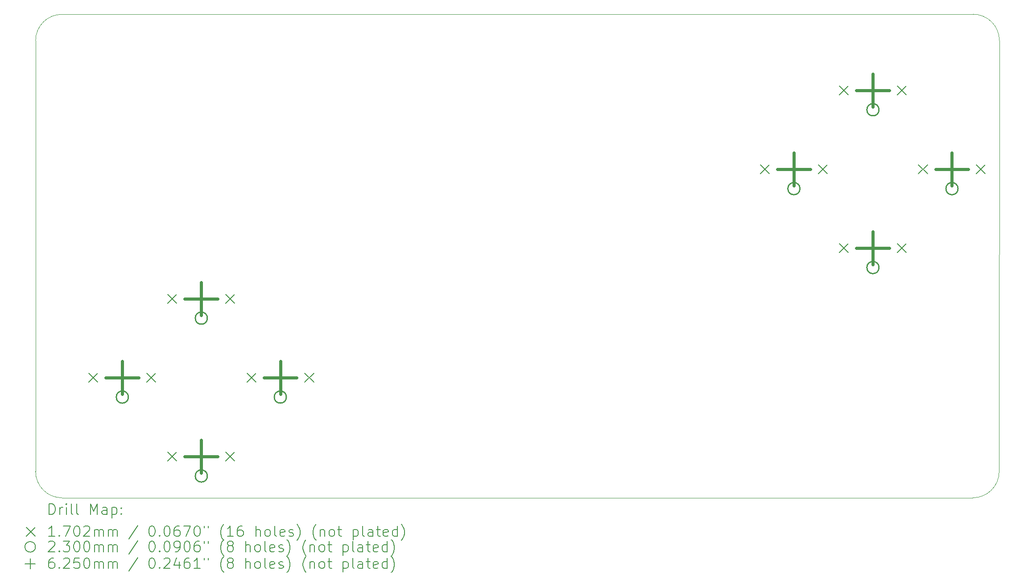
<source format=gbr>
%TF.GenerationSoftware,KiCad,Pcbnew,8.0.6*%
%TF.CreationDate,2025-01-10T19:45:02+07:00*%
%TF.ProjectId,esp_gamepad,6573705f-6761-46d6-9570-61642e6b6963,rev?*%
%TF.SameCoordinates,Original*%
%TF.FileFunction,Drillmap*%
%TF.FilePolarity,Positive*%
%FSLAX45Y45*%
G04 Gerber Fmt 4.5, Leading zero omitted, Abs format (unit mm)*
G04 Created by KiCad (PCBNEW 8.0.6) date 2025-01-10 19:45:02*
%MOMM*%
%LPD*%
G01*
G04 APERTURE LIST*
%ADD10C,0.050000*%
%ADD11C,0.200000*%
%ADD12C,0.170180*%
%ADD13C,0.230000*%
%ADD14C,0.625000*%
G04 APERTURE END LIST*
D10*
X6053553Y-4405803D02*
G75*
G02*
X6553553Y-3905803I500000J0D01*
G01*
X6053553Y-12596447D02*
X6053553Y-4405803D01*
X23846447Y-13096447D02*
X6553553Y-13096447D01*
X24350000Y-4403554D02*
X24346447Y-12596447D01*
X23850000Y-3903554D02*
G75*
G02*
X24349996Y-4403554I0J-499996D01*
G01*
X6553553Y-13096447D02*
G75*
G02*
X6053553Y-12596447I-3J499997D01*
G01*
X24346447Y-12596447D02*
G75*
G02*
X23846447Y-13096447I-499997J-3D01*
G01*
X6553553Y-3905803D02*
X23850000Y-3903554D01*
D11*
D12*
X7064910Y-10726910D02*
X7235090Y-10897090D01*
X7235090Y-10726910D02*
X7064910Y-10897090D01*
X8164910Y-10726910D02*
X8335090Y-10897090D01*
X8335090Y-10726910D02*
X8164910Y-10897090D01*
X8564910Y-9226910D02*
X8735090Y-9397090D01*
X8735090Y-9226910D02*
X8564910Y-9397090D01*
X8564910Y-12226910D02*
X8735090Y-12397090D01*
X8735090Y-12226910D02*
X8564910Y-12397090D01*
X9664910Y-9226910D02*
X9835090Y-9397090D01*
X9835090Y-9226910D02*
X9664910Y-9397090D01*
X9664910Y-12226910D02*
X9835090Y-12397090D01*
X9835090Y-12226910D02*
X9664910Y-12397090D01*
X10064910Y-10726910D02*
X10235090Y-10897090D01*
X10235090Y-10726910D02*
X10064910Y-10897090D01*
X11164910Y-10726910D02*
X11335090Y-10897090D01*
X11335090Y-10726910D02*
X11164910Y-10897090D01*
X19814910Y-6764910D02*
X19985090Y-6935090D01*
X19985090Y-6764910D02*
X19814910Y-6935090D01*
X20914910Y-6764910D02*
X21085090Y-6935090D01*
X21085090Y-6764910D02*
X20914910Y-6935090D01*
X21314910Y-5264910D02*
X21485090Y-5435090D01*
X21485090Y-5264910D02*
X21314910Y-5435090D01*
X21314910Y-8264910D02*
X21485090Y-8435090D01*
X21485090Y-8264910D02*
X21314910Y-8435090D01*
X22414910Y-5264910D02*
X22585090Y-5435090D01*
X22585090Y-5264910D02*
X22414910Y-5435090D01*
X22414910Y-8264910D02*
X22585090Y-8435090D01*
X22585090Y-8264910D02*
X22414910Y-8435090D01*
X22814910Y-6764910D02*
X22985090Y-6935090D01*
X22985090Y-6764910D02*
X22814910Y-6935090D01*
X23914910Y-6764910D02*
X24085090Y-6935090D01*
X24085090Y-6764910D02*
X23914910Y-6935090D01*
D13*
X7815000Y-11182000D02*
G75*
G02*
X7585000Y-11182000I-115000J0D01*
G01*
X7585000Y-11182000D02*
G75*
G02*
X7815000Y-11182000I115000J0D01*
G01*
X9315000Y-9682000D02*
G75*
G02*
X9085000Y-9682000I-115000J0D01*
G01*
X9085000Y-9682000D02*
G75*
G02*
X9315000Y-9682000I115000J0D01*
G01*
X9315000Y-12682000D02*
G75*
G02*
X9085000Y-12682000I-115000J0D01*
G01*
X9085000Y-12682000D02*
G75*
G02*
X9315000Y-12682000I115000J0D01*
G01*
X10815000Y-11182000D02*
G75*
G02*
X10585000Y-11182000I-115000J0D01*
G01*
X10585000Y-11182000D02*
G75*
G02*
X10815000Y-11182000I115000J0D01*
G01*
X20565000Y-7220000D02*
G75*
G02*
X20335000Y-7220000I-115000J0D01*
G01*
X20335000Y-7220000D02*
G75*
G02*
X20565000Y-7220000I115000J0D01*
G01*
X22065000Y-5720000D02*
G75*
G02*
X21835000Y-5720000I-115000J0D01*
G01*
X21835000Y-5720000D02*
G75*
G02*
X22065000Y-5720000I115000J0D01*
G01*
X22065000Y-8720000D02*
G75*
G02*
X21835000Y-8720000I-115000J0D01*
G01*
X21835000Y-8720000D02*
G75*
G02*
X22065000Y-8720000I115000J0D01*
G01*
X23565000Y-7220000D02*
G75*
G02*
X23335000Y-7220000I-115000J0D01*
G01*
X23335000Y-7220000D02*
G75*
G02*
X23565000Y-7220000I115000J0D01*
G01*
D14*
X7700000Y-10499500D02*
X7700000Y-11124500D01*
X7387500Y-10812000D02*
X8012500Y-10812000D01*
X9200000Y-8999500D02*
X9200000Y-9624500D01*
X8887500Y-9312000D02*
X9512500Y-9312000D01*
X9200000Y-11999500D02*
X9200000Y-12624500D01*
X8887500Y-12312000D02*
X9512500Y-12312000D01*
X10700000Y-10499500D02*
X10700000Y-11124500D01*
X10387500Y-10812000D02*
X11012500Y-10812000D01*
X20450000Y-6537500D02*
X20450000Y-7162500D01*
X20137500Y-6850000D02*
X20762500Y-6850000D01*
X21950000Y-5037500D02*
X21950000Y-5662500D01*
X21637500Y-5350000D02*
X22262500Y-5350000D01*
X21950000Y-8037500D02*
X21950000Y-8662500D01*
X21637500Y-8350000D02*
X22262500Y-8350000D01*
X23450000Y-6537500D02*
X23450000Y-7162500D01*
X23137500Y-6850000D02*
X23762500Y-6850000D01*
D11*
X6311830Y-13410430D02*
X6311830Y-13210430D01*
X6311830Y-13210430D02*
X6359449Y-13210430D01*
X6359449Y-13210430D02*
X6388021Y-13219954D01*
X6388021Y-13219954D02*
X6407068Y-13239002D01*
X6407068Y-13239002D02*
X6416592Y-13258049D01*
X6416592Y-13258049D02*
X6426116Y-13296145D01*
X6426116Y-13296145D02*
X6426116Y-13324716D01*
X6426116Y-13324716D02*
X6416592Y-13362811D01*
X6416592Y-13362811D02*
X6407068Y-13381859D01*
X6407068Y-13381859D02*
X6388021Y-13400907D01*
X6388021Y-13400907D02*
X6359449Y-13410430D01*
X6359449Y-13410430D02*
X6311830Y-13410430D01*
X6511830Y-13410430D02*
X6511830Y-13277097D01*
X6511830Y-13315192D02*
X6521354Y-13296145D01*
X6521354Y-13296145D02*
X6530878Y-13286621D01*
X6530878Y-13286621D02*
X6549925Y-13277097D01*
X6549925Y-13277097D02*
X6568973Y-13277097D01*
X6635640Y-13410430D02*
X6635640Y-13277097D01*
X6635640Y-13210430D02*
X6626116Y-13219954D01*
X6626116Y-13219954D02*
X6635640Y-13229478D01*
X6635640Y-13229478D02*
X6645163Y-13219954D01*
X6645163Y-13219954D02*
X6635640Y-13210430D01*
X6635640Y-13210430D02*
X6635640Y-13229478D01*
X6759449Y-13410430D02*
X6740402Y-13400907D01*
X6740402Y-13400907D02*
X6730878Y-13381859D01*
X6730878Y-13381859D02*
X6730878Y-13210430D01*
X6864211Y-13410430D02*
X6845163Y-13400907D01*
X6845163Y-13400907D02*
X6835640Y-13381859D01*
X6835640Y-13381859D02*
X6835640Y-13210430D01*
X7092783Y-13410430D02*
X7092783Y-13210430D01*
X7092783Y-13210430D02*
X7159449Y-13353287D01*
X7159449Y-13353287D02*
X7226116Y-13210430D01*
X7226116Y-13210430D02*
X7226116Y-13410430D01*
X7407068Y-13410430D02*
X7407068Y-13305668D01*
X7407068Y-13305668D02*
X7397544Y-13286621D01*
X7397544Y-13286621D02*
X7378497Y-13277097D01*
X7378497Y-13277097D02*
X7340402Y-13277097D01*
X7340402Y-13277097D02*
X7321354Y-13286621D01*
X7407068Y-13400907D02*
X7388021Y-13410430D01*
X7388021Y-13410430D02*
X7340402Y-13410430D01*
X7340402Y-13410430D02*
X7321354Y-13400907D01*
X7321354Y-13400907D02*
X7311830Y-13381859D01*
X7311830Y-13381859D02*
X7311830Y-13362811D01*
X7311830Y-13362811D02*
X7321354Y-13343764D01*
X7321354Y-13343764D02*
X7340402Y-13334240D01*
X7340402Y-13334240D02*
X7388021Y-13334240D01*
X7388021Y-13334240D02*
X7407068Y-13324716D01*
X7502306Y-13277097D02*
X7502306Y-13477097D01*
X7502306Y-13286621D02*
X7521354Y-13277097D01*
X7521354Y-13277097D02*
X7559449Y-13277097D01*
X7559449Y-13277097D02*
X7578497Y-13286621D01*
X7578497Y-13286621D02*
X7588021Y-13296145D01*
X7588021Y-13296145D02*
X7597544Y-13315192D01*
X7597544Y-13315192D02*
X7597544Y-13372335D01*
X7597544Y-13372335D02*
X7588021Y-13391383D01*
X7588021Y-13391383D02*
X7578497Y-13400907D01*
X7578497Y-13400907D02*
X7559449Y-13410430D01*
X7559449Y-13410430D02*
X7521354Y-13410430D01*
X7521354Y-13410430D02*
X7502306Y-13400907D01*
X7683259Y-13391383D02*
X7692783Y-13400907D01*
X7692783Y-13400907D02*
X7683259Y-13410430D01*
X7683259Y-13410430D02*
X7673735Y-13400907D01*
X7673735Y-13400907D02*
X7683259Y-13391383D01*
X7683259Y-13391383D02*
X7683259Y-13410430D01*
X7683259Y-13286621D02*
X7692783Y-13296145D01*
X7692783Y-13296145D02*
X7683259Y-13305668D01*
X7683259Y-13305668D02*
X7673735Y-13296145D01*
X7673735Y-13296145D02*
X7683259Y-13286621D01*
X7683259Y-13286621D02*
X7683259Y-13305668D01*
D12*
X5880873Y-13653857D02*
X6051053Y-13824037D01*
X6051053Y-13653857D02*
X5880873Y-13824037D01*
D11*
X6416592Y-13830430D02*
X6302306Y-13830430D01*
X6359449Y-13830430D02*
X6359449Y-13630430D01*
X6359449Y-13630430D02*
X6340402Y-13659002D01*
X6340402Y-13659002D02*
X6321354Y-13678049D01*
X6321354Y-13678049D02*
X6302306Y-13687573D01*
X6502306Y-13811383D02*
X6511830Y-13820907D01*
X6511830Y-13820907D02*
X6502306Y-13830430D01*
X6502306Y-13830430D02*
X6492783Y-13820907D01*
X6492783Y-13820907D02*
X6502306Y-13811383D01*
X6502306Y-13811383D02*
X6502306Y-13830430D01*
X6578497Y-13630430D02*
X6711830Y-13630430D01*
X6711830Y-13630430D02*
X6626116Y-13830430D01*
X6826116Y-13630430D02*
X6845164Y-13630430D01*
X6845164Y-13630430D02*
X6864211Y-13639954D01*
X6864211Y-13639954D02*
X6873735Y-13649478D01*
X6873735Y-13649478D02*
X6883259Y-13668526D01*
X6883259Y-13668526D02*
X6892783Y-13706621D01*
X6892783Y-13706621D02*
X6892783Y-13754240D01*
X6892783Y-13754240D02*
X6883259Y-13792335D01*
X6883259Y-13792335D02*
X6873735Y-13811383D01*
X6873735Y-13811383D02*
X6864211Y-13820907D01*
X6864211Y-13820907D02*
X6845164Y-13830430D01*
X6845164Y-13830430D02*
X6826116Y-13830430D01*
X6826116Y-13830430D02*
X6807068Y-13820907D01*
X6807068Y-13820907D02*
X6797544Y-13811383D01*
X6797544Y-13811383D02*
X6788021Y-13792335D01*
X6788021Y-13792335D02*
X6778497Y-13754240D01*
X6778497Y-13754240D02*
X6778497Y-13706621D01*
X6778497Y-13706621D02*
X6788021Y-13668526D01*
X6788021Y-13668526D02*
X6797544Y-13649478D01*
X6797544Y-13649478D02*
X6807068Y-13639954D01*
X6807068Y-13639954D02*
X6826116Y-13630430D01*
X6968973Y-13649478D02*
X6978497Y-13639954D01*
X6978497Y-13639954D02*
X6997544Y-13630430D01*
X6997544Y-13630430D02*
X7045164Y-13630430D01*
X7045164Y-13630430D02*
X7064211Y-13639954D01*
X7064211Y-13639954D02*
X7073735Y-13649478D01*
X7073735Y-13649478D02*
X7083259Y-13668526D01*
X7083259Y-13668526D02*
X7083259Y-13687573D01*
X7083259Y-13687573D02*
X7073735Y-13716145D01*
X7073735Y-13716145D02*
X6959449Y-13830430D01*
X6959449Y-13830430D02*
X7083259Y-13830430D01*
X7168973Y-13830430D02*
X7168973Y-13697097D01*
X7168973Y-13716145D02*
X7178497Y-13706621D01*
X7178497Y-13706621D02*
X7197544Y-13697097D01*
X7197544Y-13697097D02*
X7226116Y-13697097D01*
X7226116Y-13697097D02*
X7245164Y-13706621D01*
X7245164Y-13706621D02*
X7254687Y-13725668D01*
X7254687Y-13725668D02*
X7254687Y-13830430D01*
X7254687Y-13725668D02*
X7264211Y-13706621D01*
X7264211Y-13706621D02*
X7283259Y-13697097D01*
X7283259Y-13697097D02*
X7311830Y-13697097D01*
X7311830Y-13697097D02*
X7330878Y-13706621D01*
X7330878Y-13706621D02*
X7340402Y-13725668D01*
X7340402Y-13725668D02*
X7340402Y-13830430D01*
X7435640Y-13830430D02*
X7435640Y-13697097D01*
X7435640Y-13716145D02*
X7445164Y-13706621D01*
X7445164Y-13706621D02*
X7464211Y-13697097D01*
X7464211Y-13697097D02*
X7492783Y-13697097D01*
X7492783Y-13697097D02*
X7511830Y-13706621D01*
X7511830Y-13706621D02*
X7521354Y-13725668D01*
X7521354Y-13725668D02*
X7521354Y-13830430D01*
X7521354Y-13725668D02*
X7530878Y-13706621D01*
X7530878Y-13706621D02*
X7549925Y-13697097D01*
X7549925Y-13697097D02*
X7578497Y-13697097D01*
X7578497Y-13697097D02*
X7597545Y-13706621D01*
X7597545Y-13706621D02*
X7607068Y-13725668D01*
X7607068Y-13725668D02*
X7607068Y-13830430D01*
X7997545Y-13620907D02*
X7826116Y-13878049D01*
X8254687Y-13630430D02*
X8273735Y-13630430D01*
X8273735Y-13630430D02*
X8292783Y-13639954D01*
X8292783Y-13639954D02*
X8302307Y-13649478D01*
X8302307Y-13649478D02*
X8311830Y-13668526D01*
X8311830Y-13668526D02*
X8321354Y-13706621D01*
X8321354Y-13706621D02*
X8321354Y-13754240D01*
X8321354Y-13754240D02*
X8311830Y-13792335D01*
X8311830Y-13792335D02*
X8302307Y-13811383D01*
X8302307Y-13811383D02*
X8292783Y-13820907D01*
X8292783Y-13820907D02*
X8273735Y-13830430D01*
X8273735Y-13830430D02*
X8254687Y-13830430D01*
X8254687Y-13830430D02*
X8235640Y-13820907D01*
X8235640Y-13820907D02*
X8226116Y-13811383D01*
X8226116Y-13811383D02*
X8216592Y-13792335D01*
X8216592Y-13792335D02*
X8207068Y-13754240D01*
X8207068Y-13754240D02*
X8207068Y-13706621D01*
X8207068Y-13706621D02*
X8216592Y-13668526D01*
X8216592Y-13668526D02*
X8226116Y-13649478D01*
X8226116Y-13649478D02*
X8235640Y-13639954D01*
X8235640Y-13639954D02*
X8254687Y-13630430D01*
X8407069Y-13811383D02*
X8416592Y-13820907D01*
X8416592Y-13820907D02*
X8407069Y-13830430D01*
X8407069Y-13830430D02*
X8397545Y-13820907D01*
X8397545Y-13820907D02*
X8407069Y-13811383D01*
X8407069Y-13811383D02*
X8407069Y-13830430D01*
X8540402Y-13630430D02*
X8559450Y-13630430D01*
X8559450Y-13630430D02*
X8578497Y-13639954D01*
X8578497Y-13639954D02*
X8588021Y-13649478D01*
X8588021Y-13649478D02*
X8597545Y-13668526D01*
X8597545Y-13668526D02*
X8607069Y-13706621D01*
X8607069Y-13706621D02*
X8607069Y-13754240D01*
X8607069Y-13754240D02*
X8597545Y-13792335D01*
X8597545Y-13792335D02*
X8588021Y-13811383D01*
X8588021Y-13811383D02*
X8578497Y-13820907D01*
X8578497Y-13820907D02*
X8559450Y-13830430D01*
X8559450Y-13830430D02*
X8540402Y-13830430D01*
X8540402Y-13830430D02*
X8521354Y-13820907D01*
X8521354Y-13820907D02*
X8511830Y-13811383D01*
X8511830Y-13811383D02*
X8502307Y-13792335D01*
X8502307Y-13792335D02*
X8492783Y-13754240D01*
X8492783Y-13754240D02*
X8492783Y-13706621D01*
X8492783Y-13706621D02*
X8502307Y-13668526D01*
X8502307Y-13668526D02*
X8511830Y-13649478D01*
X8511830Y-13649478D02*
X8521354Y-13639954D01*
X8521354Y-13639954D02*
X8540402Y-13630430D01*
X8778497Y-13630430D02*
X8740402Y-13630430D01*
X8740402Y-13630430D02*
X8721354Y-13639954D01*
X8721354Y-13639954D02*
X8711830Y-13649478D01*
X8711830Y-13649478D02*
X8692783Y-13678049D01*
X8692783Y-13678049D02*
X8683259Y-13716145D01*
X8683259Y-13716145D02*
X8683259Y-13792335D01*
X8683259Y-13792335D02*
X8692783Y-13811383D01*
X8692783Y-13811383D02*
X8702307Y-13820907D01*
X8702307Y-13820907D02*
X8721354Y-13830430D01*
X8721354Y-13830430D02*
X8759450Y-13830430D01*
X8759450Y-13830430D02*
X8778497Y-13820907D01*
X8778497Y-13820907D02*
X8788021Y-13811383D01*
X8788021Y-13811383D02*
X8797545Y-13792335D01*
X8797545Y-13792335D02*
X8797545Y-13744716D01*
X8797545Y-13744716D02*
X8788021Y-13725668D01*
X8788021Y-13725668D02*
X8778497Y-13716145D01*
X8778497Y-13716145D02*
X8759450Y-13706621D01*
X8759450Y-13706621D02*
X8721354Y-13706621D01*
X8721354Y-13706621D02*
X8702307Y-13716145D01*
X8702307Y-13716145D02*
X8692783Y-13725668D01*
X8692783Y-13725668D02*
X8683259Y-13744716D01*
X8864211Y-13630430D02*
X8997545Y-13630430D01*
X8997545Y-13630430D02*
X8911830Y-13830430D01*
X9111830Y-13630430D02*
X9130878Y-13630430D01*
X9130878Y-13630430D02*
X9149926Y-13639954D01*
X9149926Y-13639954D02*
X9159450Y-13649478D01*
X9159450Y-13649478D02*
X9168973Y-13668526D01*
X9168973Y-13668526D02*
X9178497Y-13706621D01*
X9178497Y-13706621D02*
X9178497Y-13754240D01*
X9178497Y-13754240D02*
X9168973Y-13792335D01*
X9168973Y-13792335D02*
X9159450Y-13811383D01*
X9159450Y-13811383D02*
X9149926Y-13820907D01*
X9149926Y-13820907D02*
X9130878Y-13830430D01*
X9130878Y-13830430D02*
X9111830Y-13830430D01*
X9111830Y-13830430D02*
X9092783Y-13820907D01*
X9092783Y-13820907D02*
X9083259Y-13811383D01*
X9083259Y-13811383D02*
X9073735Y-13792335D01*
X9073735Y-13792335D02*
X9064211Y-13754240D01*
X9064211Y-13754240D02*
X9064211Y-13706621D01*
X9064211Y-13706621D02*
X9073735Y-13668526D01*
X9073735Y-13668526D02*
X9083259Y-13649478D01*
X9083259Y-13649478D02*
X9092783Y-13639954D01*
X9092783Y-13639954D02*
X9111830Y-13630430D01*
X9254688Y-13630430D02*
X9254688Y-13668526D01*
X9330878Y-13630430D02*
X9330878Y-13668526D01*
X9626116Y-13906621D02*
X9616592Y-13897097D01*
X9616592Y-13897097D02*
X9597545Y-13868526D01*
X9597545Y-13868526D02*
X9588021Y-13849478D01*
X9588021Y-13849478D02*
X9578497Y-13820907D01*
X9578497Y-13820907D02*
X9568973Y-13773287D01*
X9568973Y-13773287D02*
X9568973Y-13735192D01*
X9568973Y-13735192D02*
X9578497Y-13687573D01*
X9578497Y-13687573D02*
X9588021Y-13659002D01*
X9588021Y-13659002D02*
X9597545Y-13639954D01*
X9597545Y-13639954D02*
X9616592Y-13611383D01*
X9616592Y-13611383D02*
X9626116Y-13601859D01*
X9807069Y-13830430D02*
X9692783Y-13830430D01*
X9749926Y-13830430D02*
X9749926Y-13630430D01*
X9749926Y-13630430D02*
X9730878Y-13659002D01*
X9730878Y-13659002D02*
X9711831Y-13678049D01*
X9711831Y-13678049D02*
X9692783Y-13687573D01*
X9978497Y-13630430D02*
X9940402Y-13630430D01*
X9940402Y-13630430D02*
X9921354Y-13639954D01*
X9921354Y-13639954D02*
X9911831Y-13649478D01*
X9911831Y-13649478D02*
X9892783Y-13678049D01*
X9892783Y-13678049D02*
X9883259Y-13716145D01*
X9883259Y-13716145D02*
X9883259Y-13792335D01*
X9883259Y-13792335D02*
X9892783Y-13811383D01*
X9892783Y-13811383D02*
X9902307Y-13820907D01*
X9902307Y-13820907D02*
X9921354Y-13830430D01*
X9921354Y-13830430D02*
X9959450Y-13830430D01*
X9959450Y-13830430D02*
X9978497Y-13820907D01*
X9978497Y-13820907D02*
X9988021Y-13811383D01*
X9988021Y-13811383D02*
X9997545Y-13792335D01*
X9997545Y-13792335D02*
X9997545Y-13744716D01*
X9997545Y-13744716D02*
X9988021Y-13725668D01*
X9988021Y-13725668D02*
X9978497Y-13716145D01*
X9978497Y-13716145D02*
X9959450Y-13706621D01*
X9959450Y-13706621D02*
X9921354Y-13706621D01*
X9921354Y-13706621D02*
X9902307Y-13716145D01*
X9902307Y-13716145D02*
X9892783Y-13725668D01*
X9892783Y-13725668D02*
X9883259Y-13744716D01*
X10235640Y-13830430D02*
X10235640Y-13630430D01*
X10321354Y-13830430D02*
X10321354Y-13725668D01*
X10321354Y-13725668D02*
X10311831Y-13706621D01*
X10311831Y-13706621D02*
X10292783Y-13697097D01*
X10292783Y-13697097D02*
X10264212Y-13697097D01*
X10264212Y-13697097D02*
X10245164Y-13706621D01*
X10245164Y-13706621D02*
X10235640Y-13716145D01*
X10445164Y-13830430D02*
X10426116Y-13820907D01*
X10426116Y-13820907D02*
X10416593Y-13811383D01*
X10416593Y-13811383D02*
X10407069Y-13792335D01*
X10407069Y-13792335D02*
X10407069Y-13735192D01*
X10407069Y-13735192D02*
X10416593Y-13716145D01*
X10416593Y-13716145D02*
X10426116Y-13706621D01*
X10426116Y-13706621D02*
X10445164Y-13697097D01*
X10445164Y-13697097D02*
X10473735Y-13697097D01*
X10473735Y-13697097D02*
X10492783Y-13706621D01*
X10492783Y-13706621D02*
X10502307Y-13716145D01*
X10502307Y-13716145D02*
X10511831Y-13735192D01*
X10511831Y-13735192D02*
X10511831Y-13792335D01*
X10511831Y-13792335D02*
X10502307Y-13811383D01*
X10502307Y-13811383D02*
X10492783Y-13820907D01*
X10492783Y-13820907D02*
X10473735Y-13830430D01*
X10473735Y-13830430D02*
X10445164Y-13830430D01*
X10626116Y-13830430D02*
X10607069Y-13820907D01*
X10607069Y-13820907D02*
X10597545Y-13801859D01*
X10597545Y-13801859D02*
X10597545Y-13630430D01*
X10778497Y-13820907D02*
X10759450Y-13830430D01*
X10759450Y-13830430D02*
X10721354Y-13830430D01*
X10721354Y-13830430D02*
X10702307Y-13820907D01*
X10702307Y-13820907D02*
X10692783Y-13801859D01*
X10692783Y-13801859D02*
X10692783Y-13725668D01*
X10692783Y-13725668D02*
X10702307Y-13706621D01*
X10702307Y-13706621D02*
X10721354Y-13697097D01*
X10721354Y-13697097D02*
X10759450Y-13697097D01*
X10759450Y-13697097D02*
X10778497Y-13706621D01*
X10778497Y-13706621D02*
X10788021Y-13725668D01*
X10788021Y-13725668D02*
X10788021Y-13744716D01*
X10788021Y-13744716D02*
X10692783Y-13763764D01*
X10864212Y-13820907D02*
X10883259Y-13830430D01*
X10883259Y-13830430D02*
X10921354Y-13830430D01*
X10921354Y-13830430D02*
X10940402Y-13820907D01*
X10940402Y-13820907D02*
X10949926Y-13801859D01*
X10949926Y-13801859D02*
X10949926Y-13792335D01*
X10949926Y-13792335D02*
X10940402Y-13773287D01*
X10940402Y-13773287D02*
X10921354Y-13763764D01*
X10921354Y-13763764D02*
X10892783Y-13763764D01*
X10892783Y-13763764D02*
X10873735Y-13754240D01*
X10873735Y-13754240D02*
X10864212Y-13735192D01*
X10864212Y-13735192D02*
X10864212Y-13725668D01*
X10864212Y-13725668D02*
X10873735Y-13706621D01*
X10873735Y-13706621D02*
X10892783Y-13697097D01*
X10892783Y-13697097D02*
X10921354Y-13697097D01*
X10921354Y-13697097D02*
X10940402Y-13706621D01*
X11016593Y-13906621D02*
X11026116Y-13897097D01*
X11026116Y-13897097D02*
X11045164Y-13868526D01*
X11045164Y-13868526D02*
X11054688Y-13849478D01*
X11054688Y-13849478D02*
X11064212Y-13820907D01*
X11064212Y-13820907D02*
X11073735Y-13773287D01*
X11073735Y-13773287D02*
X11073735Y-13735192D01*
X11073735Y-13735192D02*
X11064212Y-13687573D01*
X11064212Y-13687573D02*
X11054688Y-13659002D01*
X11054688Y-13659002D02*
X11045164Y-13639954D01*
X11045164Y-13639954D02*
X11026116Y-13611383D01*
X11026116Y-13611383D02*
X11016593Y-13601859D01*
X11378497Y-13906621D02*
X11368973Y-13897097D01*
X11368973Y-13897097D02*
X11349926Y-13868526D01*
X11349926Y-13868526D02*
X11340402Y-13849478D01*
X11340402Y-13849478D02*
X11330878Y-13820907D01*
X11330878Y-13820907D02*
X11321354Y-13773287D01*
X11321354Y-13773287D02*
X11321354Y-13735192D01*
X11321354Y-13735192D02*
X11330878Y-13687573D01*
X11330878Y-13687573D02*
X11340402Y-13659002D01*
X11340402Y-13659002D02*
X11349926Y-13639954D01*
X11349926Y-13639954D02*
X11368973Y-13611383D01*
X11368973Y-13611383D02*
X11378497Y-13601859D01*
X11454688Y-13697097D02*
X11454688Y-13830430D01*
X11454688Y-13716145D02*
X11464212Y-13706621D01*
X11464212Y-13706621D02*
X11483259Y-13697097D01*
X11483259Y-13697097D02*
X11511831Y-13697097D01*
X11511831Y-13697097D02*
X11530878Y-13706621D01*
X11530878Y-13706621D02*
X11540402Y-13725668D01*
X11540402Y-13725668D02*
X11540402Y-13830430D01*
X11664212Y-13830430D02*
X11645164Y-13820907D01*
X11645164Y-13820907D02*
X11635640Y-13811383D01*
X11635640Y-13811383D02*
X11626116Y-13792335D01*
X11626116Y-13792335D02*
X11626116Y-13735192D01*
X11626116Y-13735192D02*
X11635640Y-13716145D01*
X11635640Y-13716145D02*
X11645164Y-13706621D01*
X11645164Y-13706621D02*
X11664212Y-13697097D01*
X11664212Y-13697097D02*
X11692783Y-13697097D01*
X11692783Y-13697097D02*
X11711831Y-13706621D01*
X11711831Y-13706621D02*
X11721354Y-13716145D01*
X11721354Y-13716145D02*
X11730878Y-13735192D01*
X11730878Y-13735192D02*
X11730878Y-13792335D01*
X11730878Y-13792335D02*
X11721354Y-13811383D01*
X11721354Y-13811383D02*
X11711831Y-13820907D01*
X11711831Y-13820907D02*
X11692783Y-13830430D01*
X11692783Y-13830430D02*
X11664212Y-13830430D01*
X11788021Y-13697097D02*
X11864212Y-13697097D01*
X11816593Y-13630430D02*
X11816593Y-13801859D01*
X11816593Y-13801859D02*
X11826116Y-13820907D01*
X11826116Y-13820907D02*
X11845164Y-13830430D01*
X11845164Y-13830430D02*
X11864212Y-13830430D01*
X12083259Y-13697097D02*
X12083259Y-13897097D01*
X12083259Y-13706621D02*
X12102307Y-13697097D01*
X12102307Y-13697097D02*
X12140402Y-13697097D01*
X12140402Y-13697097D02*
X12159450Y-13706621D01*
X12159450Y-13706621D02*
X12168974Y-13716145D01*
X12168974Y-13716145D02*
X12178497Y-13735192D01*
X12178497Y-13735192D02*
X12178497Y-13792335D01*
X12178497Y-13792335D02*
X12168974Y-13811383D01*
X12168974Y-13811383D02*
X12159450Y-13820907D01*
X12159450Y-13820907D02*
X12140402Y-13830430D01*
X12140402Y-13830430D02*
X12102307Y-13830430D01*
X12102307Y-13830430D02*
X12083259Y-13820907D01*
X12292783Y-13830430D02*
X12273735Y-13820907D01*
X12273735Y-13820907D02*
X12264212Y-13801859D01*
X12264212Y-13801859D02*
X12264212Y-13630430D01*
X12454688Y-13830430D02*
X12454688Y-13725668D01*
X12454688Y-13725668D02*
X12445164Y-13706621D01*
X12445164Y-13706621D02*
X12426116Y-13697097D01*
X12426116Y-13697097D02*
X12388021Y-13697097D01*
X12388021Y-13697097D02*
X12368974Y-13706621D01*
X12454688Y-13820907D02*
X12435640Y-13830430D01*
X12435640Y-13830430D02*
X12388021Y-13830430D01*
X12388021Y-13830430D02*
X12368974Y-13820907D01*
X12368974Y-13820907D02*
X12359450Y-13801859D01*
X12359450Y-13801859D02*
X12359450Y-13782811D01*
X12359450Y-13782811D02*
X12368974Y-13763764D01*
X12368974Y-13763764D02*
X12388021Y-13754240D01*
X12388021Y-13754240D02*
X12435640Y-13754240D01*
X12435640Y-13754240D02*
X12454688Y-13744716D01*
X12521355Y-13697097D02*
X12597545Y-13697097D01*
X12549926Y-13630430D02*
X12549926Y-13801859D01*
X12549926Y-13801859D02*
X12559450Y-13820907D01*
X12559450Y-13820907D02*
X12578497Y-13830430D01*
X12578497Y-13830430D02*
X12597545Y-13830430D01*
X12740402Y-13820907D02*
X12721355Y-13830430D01*
X12721355Y-13830430D02*
X12683259Y-13830430D01*
X12683259Y-13830430D02*
X12664212Y-13820907D01*
X12664212Y-13820907D02*
X12654688Y-13801859D01*
X12654688Y-13801859D02*
X12654688Y-13725668D01*
X12654688Y-13725668D02*
X12664212Y-13706621D01*
X12664212Y-13706621D02*
X12683259Y-13697097D01*
X12683259Y-13697097D02*
X12721355Y-13697097D01*
X12721355Y-13697097D02*
X12740402Y-13706621D01*
X12740402Y-13706621D02*
X12749926Y-13725668D01*
X12749926Y-13725668D02*
X12749926Y-13744716D01*
X12749926Y-13744716D02*
X12654688Y-13763764D01*
X12921355Y-13830430D02*
X12921355Y-13630430D01*
X12921355Y-13820907D02*
X12902307Y-13830430D01*
X12902307Y-13830430D02*
X12864212Y-13830430D01*
X12864212Y-13830430D02*
X12845164Y-13820907D01*
X12845164Y-13820907D02*
X12835640Y-13811383D01*
X12835640Y-13811383D02*
X12826116Y-13792335D01*
X12826116Y-13792335D02*
X12826116Y-13735192D01*
X12826116Y-13735192D02*
X12835640Y-13716145D01*
X12835640Y-13716145D02*
X12845164Y-13706621D01*
X12845164Y-13706621D02*
X12864212Y-13697097D01*
X12864212Y-13697097D02*
X12902307Y-13697097D01*
X12902307Y-13697097D02*
X12921355Y-13706621D01*
X12997545Y-13906621D02*
X13007069Y-13897097D01*
X13007069Y-13897097D02*
X13026116Y-13868526D01*
X13026116Y-13868526D02*
X13035640Y-13849478D01*
X13035640Y-13849478D02*
X13045164Y-13820907D01*
X13045164Y-13820907D02*
X13054688Y-13773287D01*
X13054688Y-13773287D02*
X13054688Y-13735192D01*
X13054688Y-13735192D02*
X13045164Y-13687573D01*
X13045164Y-13687573D02*
X13035640Y-13659002D01*
X13035640Y-13659002D02*
X13026116Y-13639954D01*
X13026116Y-13639954D02*
X13007069Y-13611383D01*
X13007069Y-13611383D02*
X12997545Y-13601859D01*
X6051053Y-14029127D02*
G75*
G02*
X5851053Y-14029127I-100000J0D01*
G01*
X5851053Y-14029127D02*
G75*
G02*
X6051053Y-14029127I100000J0D01*
G01*
X6302306Y-13939658D02*
X6311830Y-13930134D01*
X6311830Y-13930134D02*
X6330878Y-13920610D01*
X6330878Y-13920610D02*
X6378497Y-13920610D01*
X6378497Y-13920610D02*
X6397544Y-13930134D01*
X6397544Y-13930134D02*
X6407068Y-13939658D01*
X6407068Y-13939658D02*
X6416592Y-13958706D01*
X6416592Y-13958706D02*
X6416592Y-13977753D01*
X6416592Y-13977753D02*
X6407068Y-14006325D01*
X6407068Y-14006325D02*
X6292783Y-14120610D01*
X6292783Y-14120610D02*
X6416592Y-14120610D01*
X6502306Y-14101563D02*
X6511830Y-14111087D01*
X6511830Y-14111087D02*
X6502306Y-14120610D01*
X6502306Y-14120610D02*
X6492783Y-14111087D01*
X6492783Y-14111087D02*
X6502306Y-14101563D01*
X6502306Y-14101563D02*
X6502306Y-14120610D01*
X6578497Y-13920610D02*
X6702306Y-13920610D01*
X6702306Y-13920610D02*
X6635640Y-13996801D01*
X6635640Y-13996801D02*
X6664211Y-13996801D01*
X6664211Y-13996801D02*
X6683259Y-14006325D01*
X6683259Y-14006325D02*
X6692783Y-14015848D01*
X6692783Y-14015848D02*
X6702306Y-14034896D01*
X6702306Y-14034896D02*
X6702306Y-14082515D01*
X6702306Y-14082515D02*
X6692783Y-14101563D01*
X6692783Y-14101563D02*
X6683259Y-14111087D01*
X6683259Y-14111087D02*
X6664211Y-14120610D01*
X6664211Y-14120610D02*
X6607068Y-14120610D01*
X6607068Y-14120610D02*
X6588021Y-14111087D01*
X6588021Y-14111087D02*
X6578497Y-14101563D01*
X6826116Y-13920610D02*
X6845164Y-13920610D01*
X6845164Y-13920610D02*
X6864211Y-13930134D01*
X6864211Y-13930134D02*
X6873735Y-13939658D01*
X6873735Y-13939658D02*
X6883259Y-13958706D01*
X6883259Y-13958706D02*
X6892783Y-13996801D01*
X6892783Y-13996801D02*
X6892783Y-14044420D01*
X6892783Y-14044420D02*
X6883259Y-14082515D01*
X6883259Y-14082515D02*
X6873735Y-14101563D01*
X6873735Y-14101563D02*
X6864211Y-14111087D01*
X6864211Y-14111087D02*
X6845164Y-14120610D01*
X6845164Y-14120610D02*
X6826116Y-14120610D01*
X6826116Y-14120610D02*
X6807068Y-14111087D01*
X6807068Y-14111087D02*
X6797544Y-14101563D01*
X6797544Y-14101563D02*
X6788021Y-14082515D01*
X6788021Y-14082515D02*
X6778497Y-14044420D01*
X6778497Y-14044420D02*
X6778497Y-13996801D01*
X6778497Y-13996801D02*
X6788021Y-13958706D01*
X6788021Y-13958706D02*
X6797544Y-13939658D01*
X6797544Y-13939658D02*
X6807068Y-13930134D01*
X6807068Y-13930134D02*
X6826116Y-13920610D01*
X7016592Y-13920610D02*
X7035640Y-13920610D01*
X7035640Y-13920610D02*
X7054687Y-13930134D01*
X7054687Y-13930134D02*
X7064211Y-13939658D01*
X7064211Y-13939658D02*
X7073735Y-13958706D01*
X7073735Y-13958706D02*
X7083259Y-13996801D01*
X7083259Y-13996801D02*
X7083259Y-14044420D01*
X7083259Y-14044420D02*
X7073735Y-14082515D01*
X7073735Y-14082515D02*
X7064211Y-14101563D01*
X7064211Y-14101563D02*
X7054687Y-14111087D01*
X7054687Y-14111087D02*
X7035640Y-14120610D01*
X7035640Y-14120610D02*
X7016592Y-14120610D01*
X7016592Y-14120610D02*
X6997544Y-14111087D01*
X6997544Y-14111087D02*
X6988021Y-14101563D01*
X6988021Y-14101563D02*
X6978497Y-14082515D01*
X6978497Y-14082515D02*
X6968973Y-14044420D01*
X6968973Y-14044420D02*
X6968973Y-13996801D01*
X6968973Y-13996801D02*
X6978497Y-13958706D01*
X6978497Y-13958706D02*
X6988021Y-13939658D01*
X6988021Y-13939658D02*
X6997544Y-13930134D01*
X6997544Y-13930134D02*
X7016592Y-13920610D01*
X7168973Y-14120610D02*
X7168973Y-13987277D01*
X7168973Y-14006325D02*
X7178497Y-13996801D01*
X7178497Y-13996801D02*
X7197544Y-13987277D01*
X7197544Y-13987277D02*
X7226116Y-13987277D01*
X7226116Y-13987277D02*
X7245164Y-13996801D01*
X7245164Y-13996801D02*
X7254687Y-14015848D01*
X7254687Y-14015848D02*
X7254687Y-14120610D01*
X7254687Y-14015848D02*
X7264211Y-13996801D01*
X7264211Y-13996801D02*
X7283259Y-13987277D01*
X7283259Y-13987277D02*
X7311830Y-13987277D01*
X7311830Y-13987277D02*
X7330878Y-13996801D01*
X7330878Y-13996801D02*
X7340402Y-14015848D01*
X7340402Y-14015848D02*
X7340402Y-14120610D01*
X7435640Y-14120610D02*
X7435640Y-13987277D01*
X7435640Y-14006325D02*
X7445164Y-13996801D01*
X7445164Y-13996801D02*
X7464211Y-13987277D01*
X7464211Y-13987277D02*
X7492783Y-13987277D01*
X7492783Y-13987277D02*
X7511830Y-13996801D01*
X7511830Y-13996801D02*
X7521354Y-14015848D01*
X7521354Y-14015848D02*
X7521354Y-14120610D01*
X7521354Y-14015848D02*
X7530878Y-13996801D01*
X7530878Y-13996801D02*
X7549925Y-13987277D01*
X7549925Y-13987277D02*
X7578497Y-13987277D01*
X7578497Y-13987277D02*
X7597545Y-13996801D01*
X7597545Y-13996801D02*
X7607068Y-14015848D01*
X7607068Y-14015848D02*
X7607068Y-14120610D01*
X7997545Y-13911087D02*
X7826116Y-14168229D01*
X8254687Y-13920610D02*
X8273735Y-13920610D01*
X8273735Y-13920610D02*
X8292783Y-13930134D01*
X8292783Y-13930134D02*
X8302307Y-13939658D01*
X8302307Y-13939658D02*
X8311830Y-13958706D01*
X8311830Y-13958706D02*
X8321354Y-13996801D01*
X8321354Y-13996801D02*
X8321354Y-14044420D01*
X8321354Y-14044420D02*
X8311830Y-14082515D01*
X8311830Y-14082515D02*
X8302307Y-14101563D01*
X8302307Y-14101563D02*
X8292783Y-14111087D01*
X8292783Y-14111087D02*
X8273735Y-14120610D01*
X8273735Y-14120610D02*
X8254687Y-14120610D01*
X8254687Y-14120610D02*
X8235640Y-14111087D01*
X8235640Y-14111087D02*
X8226116Y-14101563D01*
X8226116Y-14101563D02*
X8216592Y-14082515D01*
X8216592Y-14082515D02*
X8207068Y-14044420D01*
X8207068Y-14044420D02*
X8207068Y-13996801D01*
X8207068Y-13996801D02*
X8216592Y-13958706D01*
X8216592Y-13958706D02*
X8226116Y-13939658D01*
X8226116Y-13939658D02*
X8235640Y-13930134D01*
X8235640Y-13930134D02*
X8254687Y-13920610D01*
X8407069Y-14101563D02*
X8416592Y-14111087D01*
X8416592Y-14111087D02*
X8407069Y-14120610D01*
X8407069Y-14120610D02*
X8397545Y-14111087D01*
X8397545Y-14111087D02*
X8407069Y-14101563D01*
X8407069Y-14101563D02*
X8407069Y-14120610D01*
X8540402Y-13920610D02*
X8559450Y-13920610D01*
X8559450Y-13920610D02*
X8578497Y-13930134D01*
X8578497Y-13930134D02*
X8588021Y-13939658D01*
X8588021Y-13939658D02*
X8597545Y-13958706D01*
X8597545Y-13958706D02*
X8607069Y-13996801D01*
X8607069Y-13996801D02*
X8607069Y-14044420D01*
X8607069Y-14044420D02*
X8597545Y-14082515D01*
X8597545Y-14082515D02*
X8588021Y-14101563D01*
X8588021Y-14101563D02*
X8578497Y-14111087D01*
X8578497Y-14111087D02*
X8559450Y-14120610D01*
X8559450Y-14120610D02*
X8540402Y-14120610D01*
X8540402Y-14120610D02*
X8521354Y-14111087D01*
X8521354Y-14111087D02*
X8511830Y-14101563D01*
X8511830Y-14101563D02*
X8502307Y-14082515D01*
X8502307Y-14082515D02*
X8492783Y-14044420D01*
X8492783Y-14044420D02*
X8492783Y-13996801D01*
X8492783Y-13996801D02*
X8502307Y-13958706D01*
X8502307Y-13958706D02*
X8511830Y-13939658D01*
X8511830Y-13939658D02*
X8521354Y-13930134D01*
X8521354Y-13930134D02*
X8540402Y-13920610D01*
X8702307Y-14120610D02*
X8740402Y-14120610D01*
X8740402Y-14120610D02*
X8759450Y-14111087D01*
X8759450Y-14111087D02*
X8768973Y-14101563D01*
X8768973Y-14101563D02*
X8788021Y-14072991D01*
X8788021Y-14072991D02*
X8797545Y-14034896D01*
X8797545Y-14034896D02*
X8797545Y-13958706D01*
X8797545Y-13958706D02*
X8788021Y-13939658D01*
X8788021Y-13939658D02*
X8778497Y-13930134D01*
X8778497Y-13930134D02*
X8759450Y-13920610D01*
X8759450Y-13920610D02*
X8721354Y-13920610D01*
X8721354Y-13920610D02*
X8702307Y-13930134D01*
X8702307Y-13930134D02*
X8692783Y-13939658D01*
X8692783Y-13939658D02*
X8683259Y-13958706D01*
X8683259Y-13958706D02*
X8683259Y-14006325D01*
X8683259Y-14006325D02*
X8692783Y-14025372D01*
X8692783Y-14025372D02*
X8702307Y-14034896D01*
X8702307Y-14034896D02*
X8721354Y-14044420D01*
X8721354Y-14044420D02*
X8759450Y-14044420D01*
X8759450Y-14044420D02*
X8778497Y-14034896D01*
X8778497Y-14034896D02*
X8788021Y-14025372D01*
X8788021Y-14025372D02*
X8797545Y-14006325D01*
X8921354Y-13920610D02*
X8940402Y-13920610D01*
X8940402Y-13920610D02*
X8959450Y-13930134D01*
X8959450Y-13930134D02*
X8968973Y-13939658D01*
X8968973Y-13939658D02*
X8978497Y-13958706D01*
X8978497Y-13958706D02*
X8988021Y-13996801D01*
X8988021Y-13996801D02*
X8988021Y-14044420D01*
X8988021Y-14044420D02*
X8978497Y-14082515D01*
X8978497Y-14082515D02*
X8968973Y-14101563D01*
X8968973Y-14101563D02*
X8959450Y-14111087D01*
X8959450Y-14111087D02*
X8940402Y-14120610D01*
X8940402Y-14120610D02*
X8921354Y-14120610D01*
X8921354Y-14120610D02*
X8902307Y-14111087D01*
X8902307Y-14111087D02*
X8892783Y-14101563D01*
X8892783Y-14101563D02*
X8883259Y-14082515D01*
X8883259Y-14082515D02*
X8873735Y-14044420D01*
X8873735Y-14044420D02*
X8873735Y-13996801D01*
X8873735Y-13996801D02*
X8883259Y-13958706D01*
X8883259Y-13958706D02*
X8892783Y-13939658D01*
X8892783Y-13939658D02*
X8902307Y-13930134D01*
X8902307Y-13930134D02*
X8921354Y-13920610D01*
X9159450Y-13920610D02*
X9121354Y-13920610D01*
X9121354Y-13920610D02*
X9102307Y-13930134D01*
X9102307Y-13930134D02*
X9092783Y-13939658D01*
X9092783Y-13939658D02*
X9073735Y-13968229D01*
X9073735Y-13968229D02*
X9064211Y-14006325D01*
X9064211Y-14006325D02*
X9064211Y-14082515D01*
X9064211Y-14082515D02*
X9073735Y-14101563D01*
X9073735Y-14101563D02*
X9083259Y-14111087D01*
X9083259Y-14111087D02*
X9102307Y-14120610D01*
X9102307Y-14120610D02*
X9140402Y-14120610D01*
X9140402Y-14120610D02*
X9159450Y-14111087D01*
X9159450Y-14111087D02*
X9168973Y-14101563D01*
X9168973Y-14101563D02*
X9178497Y-14082515D01*
X9178497Y-14082515D02*
X9178497Y-14034896D01*
X9178497Y-14034896D02*
X9168973Y-14015848D01*
X9168973Y-14015848D02*
X9159450Y-14006325D01*
X9159450Y-14006325D02*
X9140402Y-13996801D01*
X9140402Y-13996801D02*
X9102307Y-13996801D01*
X9102307Y-13996801D02*
X9083259Y-14006325D01*
X9083259Y-14006325D02*
X9073735Y-14015848D01*
X9073735Y-14015848D02*
X9064211Y-14034896D01*
X9254688Y-13920610D02*
X9254688Y-13958706D01*
X9330878Y-13920610D02*
X9330878Y-13958706D01*
X9626116Y-14196801D02*
X9616592Y-14187277D01*
X9616592Y-14187277D02*
X9597545Y-14158706D01*
X9597545Y-14158706D02*
X9588021Y-14139658D01*
X9588021Y-14139658D02*
X9578497Y-14111087D01*
X9578497Y-14111087D02*
X9568973Y-14063467D01*
X9568973Y-14063467D02*
X9568973Y-14025372D01*
X9568973Y-14025372D02*
X9578497Y-13977753D01*
X9578497Y-13977753D02*
X9588021Y-13949182D01*
X9588021Y-13949182D02*
X9597545Y-13930134D01*
X9597545Y-13930134D02*
X9616592Y-13901563D01*
X9616592Y-13901563D02*
X9626116Y-13892039D01*
X9730878Y-14006325D02*
X9711831Y-13996801D01*
X9711831Y-13996801D02*
X9702307Y-13987277D01*
X9702307Y-13987277D02*
X9692783Y-13968229D01*
X9692783Y-13968229D02*
X9692783Y-13958706D01*
X9692783Y-13958706D02*
X9702307Y-13939658D01*
X9702307Y-13939658D02*
X9711831Y-13930134D01*
X9711831Y-13930134D02*
X9730878Y-13920610D01*
X9730878Y-13920610D02*
X9768973Y-13920610D01*
X9768973Y-13920610D02*
X9788021Y-13930134D01*
X9788021Y-13930134D02*
X9797545Y-13939658D01*
X9797545Y-13939658D02*
X9807069Y-13958706D01*
X9807069Y-13958706D02*
X9807069Y-13968229D01*
X9807069Y-13968229D02*
X9797545Y-13987277D01*
X9797545Y-13987277D02*
X9788021Y-13996801D01*
X9788021Y-13996801D02*
X9768973Y-14006325D01*
X9768973Y-14006325D02*
X9730878Y-14006325D01*
X9730878Y-14006325D02*
X9711831Y-14015848D01*
X9711831Y-14015848D02*
X9702307Y-14025372D01*
X9702307Y-14025372D02*
X9692783Y-14044420D01*
X9692783Y-14044420D02*
X9692783Y-14082515D01*
X9692783Y-14082515D02*
X9702307Y-14101563D01*
X9702307Y-14101563D02*
X9711831Y-14111087D01*
X9711831Y-14111087D02*
X9730878Y-14120610D01*
X9730878Y-14120610D02*
X9768973Y-14120610D01*
X9768973Y-14120610D02*
X9788021Y-14111087D01*
X9788021Y-14111087D02*
X9797545Y-14101563D01*
X9797545Y-14101563D02*
X9807069Y-14082515D01*
X9807069Y-14082515D02*
X9807069Y-14044420D01*
X9807069Y-14044420D02*
X9797545Y-14025372D01*
X9797545Y-14025372D02*
X9788021Y-14015848D01*
X9788021Y-14015848D02*
X9768973Y-14006325D01*
X10045164Y-14120610D02*
X10045164Y-13920610D01*
X10130878Y-14120610D02*
X10130878Y-14015848D01*
X10130878Y-14015848D02*
X10121354Y-13996801D01*
X10121354Y-13996801D02*
X10102307Y-13987277D01*
X10102307Y-13987277D02*
X10073735Y-13987277D01*
X10073735Y-13987277D02*
X10054688Y-13996801D01*
X10054688Y-13996801D02*
X10045164Y-14006325D01*
X10254688Y-14120610D02*
X10235640Y-14111087D01*
X10235640Y-14111087D02*
X10226116Y-14101563D01*
X10226116Y-14101563D02*
X10216593Y-14082515D01*
X10216593Y-14082515D02*
X10216593Y-14025372D01*
X10216593Y-14025372D02*
X10226116Y-14006325D01*
X10226116Y-14006325D02*
X10235640Y-13996801D01*
X10235640Y-13996801D02*
X10254688Y-13987277D01*
X10254688Y-13987277D02*
X10283259Y-13987277D01*
X10283259Y-13987277D02*
X10302307Y-13996801D01*
X10302307Y-13996801D02*
X10311831Y-14006325D01*
X10311831Y-14006325D02*
X10321354Y-14025372D01*
X10321354Y-14025372D02*
X10321354Y-14082515D01*
X10321354Y-14082515D02*
X10311831Y-14101563D01*
X10311831Y-14101563D02*
X10302307Y-14111087D01*
X10302307Y-14111087D02*
X10283259Y-14120610D01*
X10283259Y-14120610D02*
X10254688Y-14120610D01*
X10435640Y-14120610D02*
X10416593Y-14111087D01*
X10416593Y-14111087D02*
X10407069Y-14092039D01*
X10407069Y-14092039D02*
X10407069Y-13920610D01*
X10588021Y-14111087D02*
X10568974Y-14120610D01*
X10568974Y-14120610D02*
X10530878Y-14120610D01*
X10530878Y-14120610D02*
X10511831Y-14111087D01*
X10511831Y-14111087D02*
X10502307Y-14092039D01*
X10502307Y-14092039D02*
X10502307Y-14015848D01*
X10502307Y-14015848D02*
X10511831Y-13996801D01*
X10511831Y-13996801D02*
X10530878Y-13987277D01*
X10530878Y-13987277D02*
X10568974Y-13987277D01*
X10568974Y-13987277D02*
X10588021Y-13996801D01*
X10588021Y-13996801D02*
X10597545Y-14015848D01*
X10597545Y-14015848D02*
X10597545Y-14034896D01*
X10597545Y-14034896D02*
X10502307Y-14053944D01*
X10673735Y-14111087D02*
X10692783Y-14120610D01*
X10692783Y-14120610D02*
X10730878Y-14120610D01*
X10730878Y-14120610D02*
X10749926Y-14111087D01*
X10749926Y-14111087D02*
X10759450Y-14092039D01*
X10759450Y-14092039D02*
X10759450Y-14082515D01*
X10759450Y-14082515D02*
X10749926Y-14063467D01*
X10749926Y-14063467D02*
X10730878Y-14053944D01*
X10730878Y-14053944D02*
X10702307Y-14053944D01*
X10702307Y-14053944D02*
X10683259Y-14044420D01*
X10683259Y-14044420D02*
X10673735Y-14025372D01*
X10673735Y-14025372D02*
X10673735Y-14015848D01*
X10673735Y-14015848D02*
X10683259Y-13996801D01*
X10683259Y-13996801D02*
X10702307Y-13987277D01*
X10702307Y-13987277D02*
X10730878Y-13987277D01*
X10730878Y-13987277D02*
X10749926Y-13996801D01*
X10826116Y-14196801D02*
X10835640Y-14187277D01*
X10835640Y-14187277D02*
X10854688Y-14158706D01*
X10854688Y-14158706D02*
X10864212Y-14139658D01*
X10864212Y-14139658D02*
X10873735Y-14111087D01*
X10873735Y-14111087D02*
X10883259Y-14063467D01*
X10883259Y-14063467D02*
X10883259Y-14025372D01*
X10883259Y-14025372D02*
X10873735Y-13977753D01*
X10873735Y-13977753D02*
X10864212Y-13949182D01*
X10864212Y-13949182D02*
X10854688Y-13930134D01*
X10854688Y-13930134D02*
X10835640Y-13901563D01*
X10835640Y-13901563D02*
X10826116Y-13892039D01*
X11188021Y-14196801D02*
X11178497Y-14187277D01*
X11178497Y-14187277D02*
X11159450Y-14158706D01*
X11159450Y-14158706D02*
X11149926Y-14139658D01*
X11149926Y-14139658D02*
X11140402Y-14111087D01*
X11140402Y-14111087D02*
X11130878Y-14063467D01*
X11130878Y-14063467D02*
X11130878Y-14025372D01*
X11130878Y-14025372D02*
X11140402Y-13977753D01*
X11140402Y-13977753D02*
X11149926Y-13949182D01*
X11149926Y-13949182D02*
X11159450Y-13930134D01*
X11159450Y-13930134D02*
X11178497Y-13901563D01*
X11178497Y-13901563D02*
X11188021Y-13892039D01*
X11264212Y-13987277D02*
X11264212Y-14120610D01*
X11264212Y-14006325D02*
X11273735Y-13996801D01*
X11273735Y-13996801D02*
X11292783Y-13987277D01*
X11292783Y-13987277D02*
X11321354Y-13987277D01*
X11321354Y-13987277D02*
X11340402Y-13996801D01*
X11340402Y-13996801D02*
X11349926Y-14015848D01*
X11349926Y-14015848D02*
X11349926Y-14120610D01*
X11473735Y-14120610D02*
X11454688Y-14111087D01*
X11454688Y-14111087D02*
X11445164Y-14101563D01*
X11445164Y-14101563D02*
X11435640Y-14082515D01*
X11435640Y-14082515D02*
X11435640Y-14025372D01*
X11435640Y-14025372D02*
X11445164Y-14006325D01*
X11445164Y-14006325D02*
X11454688Y-13996801D01*
X11454688Y-13996801D02*
X11473735Y-13987277D01*
X11473735Y-13987277D02*
X11502307Y-13987277D01*
X11502307Y-13987277D02*
X11521354Y-13996801D01*
X11521354Y-13996801D02*
X11530878Y-14006325D01*
X11530878Y-14006325D02*
X11540402Y-14025372D01*
X11540402Y-14025372D02*
X11540402Y-14082515D01*
X11540402Y-14082515D02*
X11530878Y-14101563D01*
X11530878Y-14101563D02*
X11521354Y-14111087D01*
X11521354Y-14111087D02*
X11502307Y-14120610D01*
X11502307Y-14120610D02*
X11473735Y-14120610D01*
X11597545Y-13987277D02*
X11673735Y-13987277D01*
X11626116Y-13920610D02*
X11626116Y-14092039D01*
X11626116Y-14092039D02*
X11635640Y-14111087D01*
X11635640Y-14111087D02*
X11654688Y-14120610D01*
X11654688Y-14120610D02*
X11673735Y-14120610D01*
X11892783Y-13987277D02*
X11892783Y-14187277D01*
X11892783Y-13996801D02*
X11911831Y-13987277D01*
X11911831Y-13987277D02*
X11949926Y-13987277D01*
X11949926Y-13987277D02*
X11968974Y-13996801D01*
X11968974Y-13996801D02*
X11978497Y-14006325D01*
X11978497Y-14006325D02*
X11988021Y-14025372D01*
X11988021Y-14025372D02*
X11988021Y-14082515D01*
X11988021Y-14082515D02*
X11978497Y-14101563D01*
X11978497Y-14101563D02*
X11968974Y-14111087D01*
X11968974Y-14111087D02*
X11949926Y-14120610D01*
X11949926Y-14120610D02*
X11911831Y-14120610D01*
X11911831Y-14120610D02*
X11892783Y-14111087D01*
X12102307Y-14120610D02*
X12083259Y-14111087D01*
X12083259Y-14111087D02*
X12073735Y-14092039D01*
X12073735Y-14092039D02*
X12073735Y-13920610D01*
X12264212Y-14120610D02*
X12264212Y-14015848D01*
X12264212Y-14015848D02*
X12254688Y-13996801D01*
X12254688Y-13996801D02*
X12235640Y-13987277D01*
X12235640Y-13987277D02*
X12197545Y-13987277D01*
X12197545Y-13987277D02*
X12178497Y-13996801D01*
X12264212Y-14111087D02*
X12245164Y-14120610D01*
X12245164Y-14120610D02*
X12197545Y-14120610D01*
X12197545Y-14120610D02*
X12178497Y-14111087D01*
X12178497Y-14111087D02*
X12168974Y-14092039D01*
X12168974Y-14092039D02*
X12168974Y-14072991D01*
X12168974Y-14072991D02*
X12178497Y-14053944D01*
X12178497Y-14053944D02*
X12197545Y-14044420D01*
X12197545Y-14044420D02*
X12245164Y-14044420D01*
X12245164Y-14044420D02*
X12264212Y-14034896D01*
X12330878Y-13987277D02*
X12407069Y-13987277D01*
X12359450Y-13920610D02*
X12359450Y-14092039D01*
X12359450Y-14092039D02*
X12368974Y-14111087D01*
X12368974Y-14111087D02*
X12388021Y-14120610D01*
X12388021Y-14120610D02*
X12407069Y-14120610D01*
X12549926Y-14111087D02*
X12530878Y-14120610D01*
X12530878Y-14120610D02*
X12492783Y-14120610D01*
X12492783Y-14120610D02*
X12473735Y-14111087D01*
X12473735Y-14111087D02*
X12464212Y-14092039D01*
X12464212Y-14092039D02*
X12464212Y-14015848D01*
X12464212Y-14015848D02*
X12473735Y-13996801D01*
X12473735Y-13996801D02*
X12492783Y-13987277D01*
X12492783Y-13987277D02*
X12530878Y-13987277D01*
X12530878Y-13987277D02*
X12549926Y-13996801D01*
X12549926Y-13996801D02*
X12559450Y-14015848D01*
X12559450Y-14015848D02*
X12559450Y-14034896D01*
X12559450Y-14034896D02*
X12464212Y-14053944D01*
X12730878Y-14120610D02*
X12730878Y-13920610D01*
X12730878Y-14111087D02*
X12711831Y-14120610D01*
X12711831Y-14120610D02*
X12673735Y-14120610D01*
X12673735Y-14120610D02*
X12654688Y-14111087D01*
X12654688Y-14111087D02*
X12645164Y-14101563D01*
X12645164Y-14101563D02*
X12635640Y-14082515D01*
X12635640Y-14082515D02*
X12635640Y-14025372D01*
X12635640Y-14025372D02*
X12645164Y-14006325D01*
X12645164Y-14006325D02*
X12654688Y-13996801D01*
X12654688Y-13996801D02*
X12673735Y-13987277D01*
X12673735Y-13987277D02*
X12711831Y-13987277D01*
X12711831Y-13987277D02*
X12730878Y-13996801D01*
X12807069Y-14196801D02*
X12816593Y-14187277D01*
X12816593Y-14187277D02*
X12835640Y-14158706D01*
X12835640Y-14158706D02*
X12845164Y-14139658D01*
X12845164Y-14139658D02*
X12854688Y-14111087D01*
X12854688Y-14111087D02*
X12864212Y-14063467D01*
X12864212Y-14063467D02*
X12864212Y-14025372D01*
X12864212Y-14025372D02*
X12854688Y-13977753D01*
X12854688Y-13977753D02*
X12845164Y-13949182D01*
X12845164Y-13949182D02*
X12835640Y-13930134D01*
X12835640Y-13930134D02*
X12816593Y-13901563D01*
X12816593Y-13901563D02*
X12807069Y-13892039D01*
X5951053Y-14249127D02*
X5951053Y-14449127D01*
X5851053Y-14349127D02*
X6051053Y-14349127D01*
X6397544Y-14240610D02*
X6359449Y-14240610D01*
X6359449Y-14240610D02*
X6340402Y-14250134D01*
X6340402Y-14250134D02*
X6330878Y-14259658D01*
X6330878Y-14259658D02*
X6311830Y-14288229D01*
X6311830Y-14288229D02*
X6302306Y-14326325D01*
X6302306Y-14326325D02*
X6302306Y-14402515D01*
X6302306Y-14402515D02*
X6311830Y-14421563D01*
X6311830Y-14421563D02*
X6321354Y-14431087D01*
X6321354Y-14431087D02*
X6340402Y-14440610D01*
X6340402Y-14440610D02*
X6378497Y-14440610D01*
X6378497Y-14440610D02*
X6397544Y-14431087D01*
X6397544Y-14431087D02*
X6407068Y-14421563D01*
X6407068Y-14421563D02*
X6416592Y-14402515D01*
X6416592Y-14402515D02*
X6416592Y-14354896D01*
X6416592Y-14354896D02*
X6407068Y-14335848D01*
X6407068Y-14335848D02*
X6397544Y-14326325D01*
X6397544Y-14326325D02*
X6378497Y-14316801D01*
X6378497Y-14316801D02*
X6340402Y-14316801D01*
X6340402Y-14316801D02*
X6321354Y-14326325D01*
X6321354Y-14326325D02*
X6311830Y-14335848D01*
X6311830Y-14335848D02*
X6302306Y-14354896D01*
X6502306Y-14421563D02*
X6511830Y-14431087D01*
X6511830Y-14431087D02*
X6502306Y-14440610D01*
X6502306Y-14440610D02*
X6492783Y-14431087D01*
X6492783Y-14431087D02*
X6502306Y-14421563D01*
X6502306Y-14421563D02*
X6502306Y-14440610D01*
X6588021Y-14259658D02*
X6597544Y-14250134D01*
X6597544Y-14250134D02*
X6616592Y-14240610D01*
X6616592Y-14240610D02*
X6664211Y-14240610D01*
X6664211Y-14240610D02*
X6683259Y-14250134D01*
X6683259Y-14250134D02*
X6692783Y-14259658D01*
X6692783Y-14259658D02*
X6702306Y-14278706D01*
X6702306Y-14278706D02*
X6702306Y-14297753D01*
X6702306Y-14297753D02*
X6692783Y-14326325D01*
X6692783Y-14326325D02*
X6578497Y-14440610D01*
X6578497Y-14440610D02*
X6702306Y-14440610D01*
X6883259Y-14240610D02*
X6788021Y-14240610D01*
X6788021Y-14240610D02*
X6778497Y-14335848D01*
X6778497Y-14335848D02*
X6788021Y-14326325D01*
X6788021Y-14326325D02*
X6807068Y-14316801D01*
X6807068Y-14316801D02*
X6854687Y-14316801D01*
X6854687Y-14316801D02*
X6873735Y-14326325D01*
X6873735Y-14326325D02*
X6883259Y-14335848D01*
X6883259Y-14335848D02*
X6892783Y-14354896D01*
X6892783Y-14354896D02*
X6892783Y-14402515D01*
X6892783Y-14402515D02*
X6883259Y-14421563D01*
X6883259Y-14421563D02*
X6873735Y-14431087D01*
X6873735Y-14431087D02*
X6854687Y-14440610D01*
X6854687Y-14440610D02*
X6807068Y-14440610D01*
X6807068Y-14440610D02*
X6788021Y-14431087D01*
X6788021Y-14431087D02*
X6778497Y-14421563D01*
X7016592Y-14240610D02*
X7035640Y-14240610D01*
X7035640Y-14240610D02*
X7054687Y-14250134D01*
X7054687Y-14250134D02*
X7064211Y-14259658D01*
X7064211Y-14259658D02*
X7073735Y-14278706D01*
X7073735Y-14278706D02*
X7083259Y-14316801D01*
X7083259Y-14316801D02*
X7083259Y-14364420D01*
X7083259Y-14364420D02*
X7073735Y-14402515D01*
X7073735Y-14402515D02*
X7064211Y-14421563D01*
X7064211Y-14421563D02*
X7054687Y-14431087D01*
X7054687Y-14431087D02*
X7035640Y-14440610D01*
X7035640Y-14440610D02*
X7016592Y-14440610D01*
X7016592Y-14440610D02*
X6997544Y-14431087D01*
X6997544Y-14431087D02*
X6988021Y-14421563D01*
X6988021Y-14421563D02*
X6978497Y-14402515D01*
X6978497Y-14402515D02*
X6968973Y-14364420D01*
X6968973Y-14364420D02*
X6968973Y-14316801D01*
X6968973Y-14316801D02*
X6978497Y-14278706D01*
X6978497Y-14278706D02*
X6988021Y-14259658D01*
X6988021Y-14259658D02*
X6997544Y-14250134D01*
X6997544Y-14250134D02*
X7016592Y-14240610D01*
X7168973Y-14440610D02*
X7168973Y-14307277D01*
X7168973Y-14326325D02*
X7178497Y-14316801D01*
X7178497Y-14316801D02*
X7197544Y-14307277D01*
X7197544Y-14307277D02*
X7226116Y-14307277D01*
X7226116Y-14307277D02*
X7245164Y-14316801D01*
X7245164Y-14316801D02*
X7254687Y-14335848D01*
X7254687Y-14335848D02*
X7254687Y-14440610D01*
X7254687Y-14335848D02*
X7264211Y-14316801D01*
X7264211Y-14316801D02*
X7283259Y-14307277D01*
X7283259Y-14307277D02*
X7311830Y-14307277D01*
X7311830Y-14307277D02*
X7330878Y-14316801D01*
X7330878Y-14316801D02*
X7340402Y-14335848D01*
X7340402Y-14335848D02*
X7340402Y-14440610D01*
X7435640Y-14440610D02*
X7435640Y-14307277D01*
X7435640Y-14326325D02*
X7445164Y-14316801D01*
X7445164Y-14316801D02*
X7464211Y-14307277D01*
X7464211Y-14307277D02*
X7492783Y-14307277D01*
X7492783Y-14307277D02*
X7511830Y-14316801D01*
X7511830Y-14316801D02*
X7521354Y-14335848D01*
X7521354Y-14335848D02*
X7521354Y-14440610D01*
X7521354Y-14335848D02*
X7530878Y-14316801D01*
X7530878Y-14316801D02*
X7549925Y-14307277D01*
X7549925Y-14307277D02*
X7578497Y-14307277D01*
X7578497Y-14307277D02*
X7597545Y-14316801D01*
X7597545Y-14316801D02*
X7607068Y-14335848D01*
X7607068Y-14335848D02*
X7607068Y-14440610D01*
X7997545Y-14231087D02*
X7826116Y-14488229D01*
X8254687Y-14240610D02*
X8273735Y-14240610D01*
X8273735Y-14240610D02*
X8292783Y-14250134D01*
X8292783Y-14250134D02*
X8302307Y-14259658D01*
X8302307Y-14259658D02*
X8311830Y-14278706D01*
X8311830Y-14278706D02*
X8321354Y-14316801D01*
X8321354Y-14316801D02*
X8321354Y-14364420D01*
X8321354Y-14364420D02*
X8311830Y-14402515D01*
X8311830Y-14402515D02*
X8302307Y-14421563D01*
X8302307Y-14421563D02*
X8292783Y-14431087D01*
X8292783Y-14431087D02*
X8273735Y-14440610D01*
X8273735Y-14440610D02*
X8254687Y-14440610D01*
X8254687Y-14440610D02*
X8235640Y-14431087D01*
X8235640Y-14431087D02*
X8226116Y-14421563D01*
X8226116Y-14421563D02*
X8216592Y-14402515D01*
X8216592Y-14402515D02*
X8207068Y-14364420D01*
X8207068Y-14364420D02*
X8207068Y-14316801D01*
X8207068Y-14316801D02*
X8216592Y-14278706D01*
X8216592Y-14278706D02*
X8226116Y-14259658D01*
X8226116Y-14259658D02*
X8235640Y-14250134D01*
X8235640Y-14250134D02*
X8254687Y-14240610D01*
X8407069Y-14421563D02*
X8416592Y-14431087D01*
X8416592Y-14431087D02*
X8407069Y-14440610D01*
X8407069Y-14440610D02*
X8397545Y-14431087D01*
X8397545Y-14431087D02*
X8407069Y-14421563D01*
X8407069Y-14421563D02*
X8407069Y-14440610D01*
X8492783Y-14259658D02*
X8502307Y-14250134D01*
X8502307Y-14250134D02*
X8521354Y-14240610D01*
X8521354Y-14240610D02*
X8568973Y-14240610D01*
X8568973Y-14240610D02*
X8588021Y-14250134D01*
X8588021Y-14250134D02*
X8597545Y-14259658D01*
X8597545Y-14259658D02*
X8607069Y-14278706D01*
X8607069Y-14278706D02*
X8607069Y-14297753D01*
X8607069Y-14297753D02*
X8597545Y-14326325D01*
X8597545Y-14326325D02*
X8483259Y-14440610D01*
X8483259Y-14440610D02*
X8607069Y-14440610D01*
X8778497Y-14307277D02*
X8778497Y-14440610D01*
X8730878Y-14231087D02*
X8683259Y-14373944D01*
X8683259Y-14373944D02*
X8807069Y-14373944D01*
X8968973Y-14240610D02*
X8930878Y-14240610D01*
X8930878Y-14240610D02*
X8911830Y-14250134D01*
X8911830Y-14250134D02*
X8902307Y-14259658D01*
X8902307Y-14259658D02*
X8883259Y-14288229D01*
X8883259Y-14288229D02*
X8873735Y-14326325D01*
X8873735Y-14326325D02*
X8873735Y-14402515D01*
X8873735Y-14402515D02*
X8883259Y-14421563D01*
X8883259Y-14421563D02*
X8892783Y-14431087D01*
X8892783Y-14431087D02*
X8911830Y-14440610D01*
X8911830Y-14440610D02*
X8949926Y-14440610D01*
X8949926Y-14440610D02*
X8968973Y-14431087D01*
X8968973Y-14431087D02*
X8978497Y-14421563D01*
X8978497Y-14421563D02*
X8988021Y-14402515D01*
X8988021Y-14402515D02*
X8988021Y-14354896D01*
X8988021Y-14354896D02*
X8978497Y-14335848D01*
X8978497Y-14335848D02*
X8968973Y-14326325D01*
X8968973Y-14326325D02*
X8949926Y-14316801D01*
X8949926Y-14316801D02*
X8911830Y-14316801D01*
X8911830Y-14316801D02*
X8892783Y-14326325D01*
X8892783Y-14326325D02*
X8883259Y-14335848D01*
X8883259Y-14335848D02*
X8873735Y-14354896D01*
X9178497Y-14440610D02*
X9064211Y-14440610D01*
X9121354Y-14440610D02*
X9121354Y-14240610D01*
X9121354Y-14240610D02*
X9102307Y-14269182D01*
X9102307Y-14269182D02*
X9083259Y-14288229D01*
X9083259Y-14288229D02*
X9064211Y-14297753D01*
X9254688Y-14240610D02*
X9254688Y-14278706D01*
X9330878Y-14240610D02*
X9330878Y-14278706D01*
X9626116Y-14516801D02*
X9616592Y-14507277D01*
X9616592Y-14507277D02*
X9597545Y-14478706D01*
X9597545Y-14478706D02*
X9588021Y-14459658D01*
X9588021Y-14459658D02*
X9578497Y-14431087D01*
X9578497Y-14431087D02*
X9568973Y-14383467D01*
X9568973Y-14383467D02*
X9568973Y-14345372D01*
X9568973Y-14345372D02*
X9578497Y-14297753D01*
X9578497Y-14297753D02*
X9588021Y-14269182D01*
X9588021Y-14269182D02*
X9597545Y-14250134D01*
X9597545Y-14250134D02*
X9616592Y-14221563D01*
X9616592Y-14221563D02*
X9626116Y-14212039D01*
X9730878Y-14326325D02*
X9711831Y-14316801D01*
X9711831Y-14316801D02*
X9702307Y-14307277D01*
X9702307Y-14307277D02*
X9692783Y-14288229D01*
X9692783Y-14288229D02*
X9692783Y-14278706D01*
X9692783Y-14278706D02*
X9702307Y-14259658D01*
X9702307Y-14259658D02*
X9711831Y-14250134D01*
X9711831Y-14250134D02*
X9730878Y-14240610D01*
X9730878Y-14240610D02*
X9768973Y-14240610D01*
X9768973Y-14240610D02*
X9788021Y-14250134D01*
X9788021Y-14250134D02*
X9797545Y-14259658D01*
X9797545Y-14259658D02*
X9807069Y-14278706D01*
X9807069Y-14278706D02*
X9807069Y-14288229D01*
X9807069Y-14288229D02*
X9797545Y-14307277D01*
X9797545Y-14307277D02*
X9788021Y-14316801D01*
X9788021Y-14316801D02*
X9768973Y-14326325D01*
X9768973Y-14326325D02*
X9730878Y-14326325D01*
X9730878Y-14326325D02*
X9711831Y-14335848D01*
X9711831Y-14335848D02*
X9702307Y-14345372D01*
X9702307Y-14345372D02*
X9692783Y-14364420D01*
X9692783Y-14364420D02*
X9692783Y-14402515D01*
X9692783Y-14402515D02*
X9702307Y-14421563D01*
X9702307Y-14421563D02*
X9711831Y-14431087D01*
X9711831Y-14431087D02*
X9730878Y-14440610D01*
X9730878Y-14440610D02*
X9768973Y-14440610D01*
X9768973Y-14440610D02*
X9788021Y-14431087D01*
X9788021Y-14431087D02*
X9797545Y-14421563D01*
X9797545Y-14421563D02*
X9807069Y-14402515D01*
X9807069Y-14402515D02*
X9807069Y-14364420D01*
X9807069Y-14364420D02*
X9797545Y-14345372D01*
X9797545Y-14345372D02*
X9788021Y-14335848D01*
X9788021Y-14335848D02*
X9768973Y-14326325D01*
X10045164Y-14440610D02*
X10045164Y-14240610D01*
X10130878Y-14440610D02*
X10130878Y-14335848D01*
X10130878Y-14335848D02*
X10121354Y-14316801D01*
X10121354Y-14316801D02*
X10102307Y-14307277D01*
X10102307Y-14307277D02*
X10073735Y-14307277D01*
X10073735Y-14307277D02*
X10054688Y-14316801D01*
X10054688Y-14316801D02*
X10045164Y-14326325D01*
X10254688Y-14440610D02*
X10235640Y-14431087D01*
X10235640Y-14431087D02*
X10226116Y-14421563D01*
X10226116Y-14421563D02*
X10216593Y-14402515D01*
X10216593Y-14402515D02*
X10216593Y-14345372D01*
X10216593Y-14345372D02*
X10226116Y-14326325D01*
X10226116Y-14326325D02*
X10235640Y-14316801D01*
X10235640Y-14316801D02*
X10254688Y-14307277D01*
X10254688Y-14307277D02*
X10283259Y-14307277D01*
X10283259Y-14307277D02*
X10302307Y-14316801D01*
X10302307Y-14316801D02*
X10311831Y-14326325D01*
X10311831Y-14326325D02*
X10321354Y-14345372D01*
X10321354Y-14345372D02*
X10321354Y-14402515D01*
X10321354Y-14402515D02*
X10311831Y-14421563D01*
X10311831Y-14421563D02*
X10302307Y-14431087D01*
X10302307Y-14431087D02*
X10283259Y-14440610D01*
X10283259Y-14440610D02*
X10254688Y-14440610D01*
X10435640Y-14440610D02*
X10416593Y-14431087D01*
X10416593Y-14431087D02*
X10407069Y-14412039D01*
X10407069Y-14412039D02*
X10407069Y-14240610D01*
X10588021Y-14431087D02*
X10568974Y-14440610D01*
X10568974Y-14440610D02*
X10530878Y-14440610D01*
X10530878Y-14440610D02*
X10511831Y-14431087D01*
X10511831Y-14431087D02*
X10502307Y-14412039D01*
X10502307Y-14412039D02*
X10502307Y-14335848D01*
X10502307Y-14335848D02*
X10511831Y-14316801D01*
X10511831Y-14316801D02*
X10530878Y-14307277D01*
X10530878Y-14307277D02*
X10568974Y-14307277D01*
X10568974Y-14307277D02*
X10588021Y-14316801D01*
X10588021Y-14316801D02*
X10597545Y-14335848D01*
X10597545Y-14335848D02*
X10597545Y-14354896D01*
X10597545Y-14354896D02*
X10502307Y-14373944D01*
X10673735Y-14431087D02*
X10692783Y-14440610D01*
X10692783Y-14440610D02*
X10730878Y-14440610D01*
X10730878Y-14440610D02*
X10749926Y-14431087D01*
X10749926Y-14431087D02*
X10759450Y-14412039D01*
X10759450Y-14412039D02*
X10759450Y-14402515D01*
X10759450Y-14402515D02*
X10749926Y-14383467D01*
X10749926Y-14383467D02*
X10730878Y-14373944D01*
X10730878Y-14373944D02*
X10702307Y-14373944D01*
X10702307Y-14373944D02*
X10683259Y-14364420D01*
X10683259Y-14364420D02*
X10673735Y-14345372D01*
X10673735Y-14345372D02*
X10673735Y-14335848D01*
X10673735Y-14335848D02*
X10683259Y-14316801D01*
X10683259Y-14316801D02*
X10702307Y-14307277D01*
X10702307Y-14307277D02*
X10730878Y-14307277D01*
X10730878Y-14307277D02*
X10749926Y-14316801D01*
X10826116Y-14516801D02*
X10835640Y-14507277D01*
X10835640Y-14507277D02*
X10854688Y-14478706D01*
X10854688Y-14478706D02*
X10864212Y-14459658D01*
X10864212Y-14459658D02*
X10873735Y-14431087D01*
X10873735Y-14431087D02*
X10883259Y-14383467D01*
X10883259Y-14383467D02*
X10883259Y-14345372D01*
X10883259Y-14345372D02*
X10873735Y-14297753D01*
X10873735Y-14297753D02*
X10864212Y-14269182D01*
X10864212Y-14269182D02*
X10854688Y-14250134D01*
X10854688Y-14250134D02*
X10835640Y-14221563D01*
X10835640Y-14221563D02*
X10826116Y-14212039D01*
X11188021Y-14516801D02*
X11178497Y-14507277D01*
X11178497Y-14507277D02*
X11159450Y-14478706D01*
X11159450Y-14478706D02*
X11149926Y-14459658D01*
X11149926Y-14459658D02*
X11140402Y-14431087D01*
X11140402Y-14431087D02*
X11130878Y-14383467D01*
X11130878Y-14383467D02*
X11130878Y-14345372D01*
X11130878Y-14345372D02*
X11140402Y-14297753D01*
X11140402Y-14297753D02*
X11149926Y-14269182D01*
X11149926Y-14269182D02*
X11159450Y-14250134D01*
X11159450Y-14250134D02*
X11178497Y-14221563D01*
X11178497Y-14221563D02*
X11188021Y-14212039D01*
X11264212Y-14307277D02*
X11264212Y-14440610D01*
X11264212Y-14326325D02*
X11273735Y-14316801D01*
X11273735Y-14316801D02*
X11292783Y-14307277D01*
X11292783Y-14307277D02*
X11321354Y-14307277D01*
X11321354Y-14307277D02*
X11340402Y-14316801D01*
X11340402Y-14316801D02*
X11349926Y-14335848D01*
X11349926Y-14335848D02*
X11349926Y-14440610D01*
X11473735Y-14440610D02*
X11454688Y-14431087D01*
X11454688Y-14431087D02*
X11445164Y-14421563D01*
X11445164Y-14421563D02*
X11435640Y-14402515D01*
X11435640Y-14402515D02*
X11435640Y-14345372D01*
X11435640Y-14345372D02*
X11445164Y-14326325D01*
X11445164Y-14326325D02*
X11454688Y-14316801D01*
X11454688Y-14316801D02*
X11473735Y-14307277D01*
X11473735Y-14307277D02*
X11502307Y-14307277D01*
X11502307Y-14307277D02*
X11521354Y-14316801D01*
X11521354Y-14316801D02*
X11530878Y-14326325D01*
X11530878Y-14326325D02*
X11540402Y-14345372D01*
X11540402Y-14345372D02*
X11540402Y-14402515D01*
X11540402Y-14402515D02*
X11530878Y-14421563D01*
X11530878Y-14421563D02*
X11521354Y-14431087D01*
X11521354Y-14431087D02*
X11502307Y-14440610D01*
X11502307Y-14440610D02*
X11473735Y-14440610D01*
X11597545Y-14307277D02*
X11673735Y-14307277D01*
X11626116Y-14240610D02*
X11626116Y-14412039D01*
X11626116Y-14412039D02*
X11635640Y-14431087D01*
X11635640Y-14431087D02*
X11654688Y-14440610D01*
X11654688Y-14440610D02*
X11673735Y-14440610D01*
X11892783Y-14307277D02*
X11892783Y-14507277D01*
X11892783Y-14316801D02*
X11911831Y-14307277D01*
X11911831Y-14307277D02*
X11949926Y-14307277D01*
X11949926Y-14307277D02*
X11968974Y-14316801D01*
X11968974Y-14316801D02*
X11978497Y-14326325D01*
X11978497Y-14326325D02*
X11988021Y-14345372D01*
X11988021Y-14345372D02*
X11988021Y-14402515D01*
X11988021Y-14402515D02*
X11978497Y-14421563D01*
X11978497Y-14421563D02*
X11968974Y-14431087D01*
X11968974Y-14431087D02*
X11949926Y-14440610D01*
X11949926Y-14440610D02*
X11911831Y-14440610D01*
X11911831Y-14440610D02*
X11892783Y-14431087D01*
X12102307Y-14440610D02*
X12083259Y-14431087D01*
X12083259Y-14431087D02*
X12073735Y-14412039D01*
X12073735Y-14412039D02*
X12073735Y-14240610D01*
X12264212Y-14440610D02*
X12264212Y-14335848D01*
X12264212Y-14335848D02*
X12254688Y-14316801D01*
X12254688Y-14316801D02*
X12235640Y-14307277D01*
X12235640Y-14307277D02*
X12197545Y-14307277D01*
X12197545Y-14307277D02*
X12178497Y-14316801D01*
X12264212Y-14431087D02*
X12245164Y-14440610D01*
X12245164Y-14440610D02*
X12197545Y-14440610D01*
X12197545Y-14440610D02*
X12178497Y-14431087D01*
X12178497Y-14431087D02*
X12168974Y-14412039D01*
X12168974Y-14412039D02*
X12168974Y-14392991D01*
X12168974Y-14392991D02*
X12178497Y-14373944D01*
X12178497Y-14373944D02*
X12197545Y-14364420D01*
X12197545Y-14364420D02*
X12245164Y-14364420D01*
X12245164Y-14364420D02*
X12264212Y-14354896D01*
X12330878Y-14307277D02*
X12407069Y-14307277D01*
X12359450Y-14240610D02*
X12359450Y-14412039D01*
X12359450Y-14412039D02*
X12368974Y-14431087D01*
X12368974Y-14431087D02*
X12388021Y-14440610D01*
X12388021Y-14440610D02*
X12407069Y-14440610D01*
X12549926Y-14431087D02*
X12530878Y-14440610D01*
X12530878Y-14440610D02*
X12492783Y-14440610D01*
X12492783Y-14440610D02*
X12473735Y-14431087D01*
X12473735Y-14431087D02*
X12464212Y-14412039D01*
X12464212Y-14412039D02*
X12464212Y-14335848D01*
X12464212Y-14335848D02*
X12473735Y-14316801D01*
X12473735Y-14316801D02*
X12492783Y-14307277D01*
X12492783Y-14307277D02*
X12530878Y-14307277D01*
X12530878Y-14307277D02*
X12549926Y-14316801D01*
X12549926Y-14316801D02*
X12559450Y-14335848D01*
X12559450Y-14335848D02*
X12559450Y-14354896D01*
X12559450Y-14354896D02*
X12464212Y-14373944D01*
X12730878Y-14440610D02*
X12730878Y-14240610D01*
X12730878Y-14431087D02*
X12711831Y-14440610D01*
X12711831Y-14440610D02*
X12673735Y-14440610D01*
X12673735Y-14440610D02*
X12654688Y-14431087D01*
X12654688Y-14431087D02*
X12645164Y-14421563D01*
X12645164Y-14421563D02*
X12635640Y-14402515D01*
X12635640Y-14402515D02*
X12635640Y-14345372D01*
X12635640Y-14345372D02*
X12645164Y-14326325D01*
X12645164Y-14326325D02*
X12654688Y-14316801D01*
X12654688Y-14316801D02*
X12673735Y-14307277D01*
X12673735Y-14307277D02*
X12711831Y-14307277D01*
X12711831Y-14307277D02*
X12730878Y-14316801D01*
X12807069Y-14516801D02*
X12816593Y-14507277D01*
X12816593Y-14507277D02*
X12835640Y-14478706D01*
X12835640Y-14478706D02*
X12845164Y-14459658D01*
X12845164Y-14459658D02*
X12854688Y-14431087D01*
X12854688Y-14431087D02*
X12864212Y-14383467D01*
X12864212Y-14383467D02*
X12864212Y-14345372D01*
X12864212Y-14345372D02*
X12854688Y-14297753D01*
X12854688Y-14297753D02*
X12845164Y-14269182D01*
X12845164Y-14269182D02*
X12835640Y-14250134D01*
X12835640Y-14250134D02*
X12816593Y-14221563D01*
X12816593Y-14221563D02*
X12807069Y-14212039D01*
M02*

</source>
